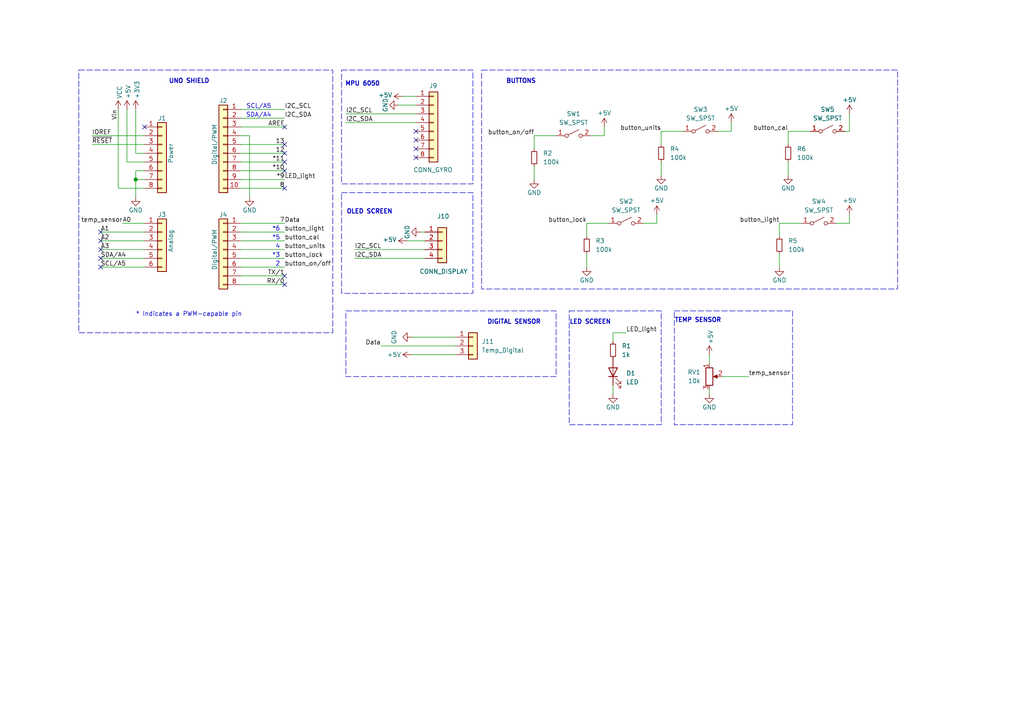
<source format=kicad_sch>
(kicad_sch (version 20231120) (generator "eeschema") (generator_version "8.0")
  (paper "A4")
  (title_block (title "Arduino Uno Temp Sensor Shield") (date "mar. 31 mars 2015") (rev "V1.0"))
  (lib_symbols
    (symbol "+5V_2" (power) (pin_numbers hide) (pin_names (offset 0) hide)
      (property "Value" "+5V" (at 0 3.556 0))
      (symbol "+5V_2_0_1"
        (polyline (pts (xy -0.762 1.27) (xy 0 2.54)))
        (polyline (pts (xy 0 0) (xy 0 2.54)))
        (polyline (pts (xy 0 2.54) (xy 0.762 1.27)))
      )
      (symbol "+5V_2_1_1"
        (pin power_in line (at 0 0 90) (length 0) (name "~") (number "1"))
      )
    )
    (symbol "Connector_Generic:Conn_01x03" (pin_names (offset 1.016) hide)
      (property "Reference" "J" (at 0 5.08 0))
      (property "Value" "Conn_01x03" (at 0 -5.08 0))
      (symbol "Conn_01x03_1_1"
        (rectangle (start -1.27 -2.413) (end 0 -2.667) (stroke (width 0.1524)))
        (rectangle (start -1.27 0.127) (end 0 -0.127) (stroke (width 0.1524)))
        (rectangle (start -1.27 2.667) (end 0 2.413) (stroke (width 0.1524)))
        (rectangle (start -1.27 3.81) (end 1.27 -3.81) (stroke (width 0.254)) (fill (type background)))
        (pin passive line (at -5.08 2.54 0) (length 3.81) (name "Pin_1") (number "1"))
        (pin passive line (at -5.08 0 0) (length 3.81) (name "Pin_2") (number "2"))
        (pin passive line (at -5.08 -2.54 0) (length 3.81) (name "Pin_3") (number "3"))
      )
    )
    (symbol "Connector_Generic:Conn_01x04" (pin_names (offset 1.016) hide)
      (property "Reference" "J" (at 0 5.08 0))
      (property "Value" "Conn_01x04" (at 0 -7.62 0))
      (symbol "Conn_01x04_1_1"
        (rectangle (start -1.27 -4.953) (end 0 -5.207) (stroke (width 0.1524)))
        (rectangle (start -1.27 -2.413) (end 0 -2.667) (stroke (width 0.1524)))
        (rectangle (start -1.27 0.127) (end 0 -0.127) (stroke (width 0.1524)))
        (rectangle (start -1.27 2.667) (end 0 2.413) (stroke (width 0.1524)))
        (rectangle (start -1.27 3.81) (end 1.27 -6.35) (stroke (width 0.254)) (fill (type background)))
        (pin passive line (at -5.08 2.54 0) (length 3.81) (name "Pin_1") (number "1"))
        (pin passive line (at -5.08 0 0) (length 3.81) (name "Pin_2") (number "2"))
        (pin passive line (at -5.08 -2.54 0) (length 3.81) (name "Pin_3") (number "3"))
        (pin passive line (at -5.08 -5.08 0) (length 3.81) (name "Pin_4") (number "4"))
      )
    )
    (symbol "Connector_Generic:Conn_01x06" (pin_names (offset 1.016) hide)
      (property "Reference" "J" (at 0 7.62 0))
      (property "Value" "Conn_01x06" (at 0 -10.16 0))
      (symbol "Conn_01x06_1_1"
        (rectangle (start -1.27 -7.493) (end 0 -7.747) (stroke (width 0.1524)))
        (rectangle (start -1.27 -4.953) (end 0 -5.207) (stroke (width 0.1524)))
        (rectangle (start -1.27 -2.413) (end 0 -2.667) (stroke (width 0.1524)))
        (rectangle (start -1.27 0.127) (end 0 -0.127) (stroke (width 0.1524)))
        (rectangle (start -1.27 2.667) (end 0 2.413) (stroke (width 0.1524)))
        (rectangle (start -1.27 5.207) (end 0 4.953) (stroke (width 0.1524)))
        (rectangle (start -1.27 6.35) (end 1.27 -8.89) (stroke (width 0.254)) (fill (type background)))
        (pin passive line (at -5.08 5.08 0) (length 3.81) (name "Pin_1") (number "1"))
        (pin passive line (at -5.08 2.54 0) (length 3.81) (name "Pin_2") (number "2"))
        (pin passive line (at -5.08 0 0) (length 3.81) (name "Pin_3") (number "3"))
        (pin passive line (at -5.08 -2.54 0) (length 3.81) (name "Pin_4") (number "4"))
        (pin passive line (at -5.08 -5.08 0) (length 3.81) (name "Pin_5") (number "5"))
        (pin passive line (at -5.08 -7.62 0) (length 3.81) (name "Pin_6") (number "6"))
      )
    )
    (symbol "Connector_Generic:Conn_01x08" (pin_names (offset 1.016) hide)
      (property "Reference" "J" (at 0 10.16 0))
      (property "Value" "Conn_01x08" (at 0 -12.7 0))
      (symbol "Conn_01x08_1_1"
        (rectangle (start -1.27 -10.033) (end 0 -10.287) (stroke (width 0.1524)))
        (rectangle (start -1.27 -7.493) (end 0 -7.747) (stroke (width 0.1524)))
        (rectangle (start -1.27 -4.953) (end 0 -5.207) (stroke (width 0.1524)))
        (rectangle (start -1.27 -2.413) (end 0 -2.667) (stroke (width 0.1524)))
        (rectangle (start -1.27 0.127) (end 0 -0.127) (stroke (width 0.1524)))
        (rectangle (start -1.27 2.667) (end 0 2.413) (stroke (width 0.1524)))
        (rectangle (start -1.27 5.207) (end 0 4.953) (stroke (width 0.1524)))
        (rectangle (start -1.27 7.747) (end 0 7.493) (stroke (width 0.1524)))
        (rectangle (start -1.27 8.89) (end 1.27 -11.43) (stroke (width 0.254)) (fill (type background)))
        (pin passive line (at -5.08 7.62 0) (length 3.81) (name "Pin_1") (number "1"))
        (pin passive line (at -5.08 5.08 0) (length 3.81) (name "Pin_2") (number "2"))
        (pin passive line (at -5.08 2.54 0) (length 3.81) (name "Pin_3") (number "3"))
        (pin passive line (at -5.08 0 0) (length 3.81) (name "Pin_4") (number "4"))
        (pin passive line (at -5.08 -2.54 0) (length 3.81) (name "Pin_5") (number "5"))
        (pin passive line (at -5.08 -5.08 0) (length 3.81) (name "Pin_6") (number "6"))
        (pin passive line (at -5.08 -7.62 0) (length 3.81) (name "Pin_7") (number "7"))
        (pin passive line (at -5.08 -10.16 0) (length 3.81) (name "Pin_8") (number "8"))
      )
    )
    (symbol "Connector_Generic:Conn_01x10" (pin_names (offset 1.016) hide)
      (property "Reference" "J" (at 0 12.7 0))
      (property "Value" "Conn_01x10" (at 0 -15.24 0))
      (symbol "Conn_01x10_1_1"
        (rectangle (start -1.27 -12.573) (end 0 -12.827) (stroke (width 0.1524)))
        (rectangle (start -1.27 -10.033) (end 0 -10.287) (stroke (width 0.1524)))
        (rectangle (start -1.27 -7.493) (end 0 -7.747) (stroke (width 0.1524)))
        (rectangle (start -1.27 -4.953) (end 0 -5.207) (stroke (width 0.1524)))
        (rectangle (start -1.27 -2.413) (end 0 -2.667) (stroke (width 0.1524)))
        (rectangle (start -1.27 0.127) (end 0 -0.127) (stroke (width 0.1524)))
        (rectangle (start -1.27 2.667) (end 0 2.413) (stroke (width 0.1524)))
        (rectangle (start -1.27 5.207) (end 0 4.953) (stroke (width 0.1524)))
        (rectangle (start -1.27 7.747) (end 0 7.493) (stroke (width 0.1524)))
        (rectangle (start -1.27 10.287) (end 0 10.033) (stroke (width 0.1524)))
        (rectangle (start -1.27 11.43) (end 1.27 -13.97) (stroke (width 0.254)) (fill (type background)))
        (pin passive line (at -5.08 10.16 0) (length 3.81) (name "Pin_1") (number "1"))
        (pin passive line (at -5.08 -12.7 0) (length 3.81) (name "Pin_10") (number "10"))
        (pin passive line (at -5.08 7.62 0) (length 3.81) (name "Pin_2") (number "2"))
        (pin passive line (at -5.08 5.08 0) (length 3.81) (name "Pin_3") (number "3"))
        (pin passive line (at -5.08 2.54 0) (length 3.81) (name "Pin_4") (number "4"))
        (pin passive line (at -5.08 0 0) (length 3.81) (name "Pin_5") (number "5"))
        (pin passive line (at -5.08 -2.54 0) (length 3.81) (name "Pin_6") (number "6"))
        (pin passive line (at -5.08 -5.08 0) (length 3.81) (name "Pin_7") (number "7"))
        (pin passive line (at -5.08 -7.62 0) (length 3.81) (name "Pin_8") (number "8"))
        (pin passive line (at -5.08 -10.16 0) (length 3.81) (name "Pin_9") (number "9"))
      )
    )
    (symbol "Device:LED" (pin_numbers hide) (pin_names (offset 1.016) hide)
      (property "Reference" "D" (at 0 2.54 0))
      (property "Value" "LED" (at 0 -2.54 0))
      (symbol "LED_0_1"
        (polyline (pts (xy -1.27 -1.27) (xy -1.27 1.27)) (stroke (width 0.254)))
        (polyline (pts (xy -1.27 0) (xy 1.27 0)))
        (polyline (pts (xy 1.27 -1.27) (xy 1.27 1.27) (xy -1.27 0) (xy 1.27 -1.27)) (stroke (width 0.254)))
        (polyline (pts (xy -3.048 -0.762) (xy -4.572 -2.286) (xy -3.81 -2.286) (xy -4.572 -2.286) (xy -4.572 -1.524)))
        (polyline (pts (xy -1.778 -0.762) (xy -3.302 -2.286) (xy -2.54 -2.286) (xy -3.302 -2.286) (xy -3.302 -1.524)))
      )
      (symbol "LED_1_1"
        (pin passive line (at -3.81 0 0) (length 2.54) (name "K") (number "1"))
        (pin passive line (at 3.81 0 180) (length 2.54) (name "A") (number "2"))
      )
    )
    (symbol "Device:R_Potentiometer" (pin_names (offset 1.016) hide)
      (property "Reference" "RV" (at -4.445 0 90))
      (property "Value" "R_Potentiometer" (at -2.54 0 90))
      (symbol "R_Potentiometer_0_1"
        (polyline (pts (xy 2.54 0) (xy 1.524 0)))
        (polyline (pts (xy 1.143 0) (xy 2.286 0.508) (xy 2.286 -0.508) (xy 1.143 0)) (fill (type outline)))
        (rectangle (start 1.016 2.54) (end -1.016 -2.54) (stroke (width 0.254)))
      )
      (symbol "R_Potentiometer_1_1"
        (pin passive line (at 0 3.81 270) (length 1.27) (name "1") (number "1"))
        (pin passive line (at 3.81 0 180) (length 1.27) (name "2") (number "2"))
        (pin passive line (at 0 -3.81 90) (length 1.27) (name "3") (number "3"))
      )
    )
    (symbol "Device:R_Small" (pin_numbers hide) (pin_names (offset 0.254) hide)
      (property "Reference" "R" (at 0.762 0.508 0))
      (property "Value" "R_Small" (at 0.762 -1.016 0))
      (symbol "R_Small_0_1"
        (rectangle (start -0.762 1.778) (end 0.762 -1.778) (stroke (width 0.2032)))
      )
      (symbol "R_Small_1_1"
        (pin passive line (at 0 2.54 270) (length 0.762) (name "~") (number "1"))
        (pin passive line (at 0 -2.54 90) (length 0.762) (name "~") (number "2"))
      )
    )
    (symbol "GND_2" (power) (pin_numbers hide) (pin_names (offset 0) hide)
      (property "Value" "GND" (at 0 -3.81 0))
      (symbol "GND_2_0_1"
        (polyline (pts (xy 0 0) (xy 0 -1.27) (xy 1.27 -1.27) (xy 0 -2.54) (xy -1.27 -1.27) (xy 0 -1.27)))
      )
      (symbol "GND_2_1_1"
        (pin power_in line (at 0 0 270) (length 0) (name "~") (number "1"))
      )
    )
    (symbol "Switch:SW_SPST" (pin_names (offset 0) hide)
      (property "Reference" "SW" (at 0 3.175 0))
      (property "Value" "SW_SPST" (at 0 -2.54 0))
      (symbol "SW_SPST_0_0"
        (circle (center -2.032 0) (radius 0.508))
        (polyline (pts (xy -1.524 0.254) (xy 1.524 1.778)))
        (circle (center 2.032 0) (radius 0.508))
      )
      (symbol "SW_SPST_1_1"
        (pin passive line (at -5.08 0 0) (length 2.54) (name "A") (number "1"))
        (pin passive line (at 5.08 0 180) (length 2.54) (name "B") (number "2"))
      )
    )
    (symbol "power:+3V3" (power) (pin_names (offset 0))
      (property "Value" "+3V3" (at 0 3.556 0))
      (symbol "+3V3_0_1"
        (polyline (pts (xy -0.762 1.27) (xy 0 2.54)))
        (polyline (pts (xy 0 0) (xy 0 2.54)))
        (polyline (pts (xy 0 2.54) (xy 0.762 1.27)))
      )
      (symbol "+3V3_1_1"
        (pin power_in line (at 0 0 90) (length 0) hide (name "+3V3") (number "1"))
      )
    )
    (symbol "power:+5V" (power) (pin_names (offset 0))
      (property "Value" "+5V" (at 0 3.556 0))
      (symbol "+5V_0_1"
        (polyline (pts (xy -0.762 1.27) (xy 0 2.54)))
        (polyline (pts (xy 0 0) (xy 0 2.54)))
        (polyline (pts (xy 0 2.54) (xy 0.762 1.27)))
      )
      (symbol "+5V_1_1"
        (pin power_in line (at 0 0 90) (length 0) hide (name "+5V") (number "1"))
      )
    )
    (symbol "power:GND" (power) (pin_names (offset 0))
      (property "Value" "GND" (at 0 -3.81 0))
      (symbol "GND_0_1"
        (polyline (pts (xy 0 0) (xy 0 -1.27) (xy 1.27 -1.27) (xy 0 -2.54) (xy -1.27 -1.27) (xy 0 -1.27)))
      )
      (symbol "GND_1_1"
        (pin power_in line (at 0 0 270) (length 0) hide (name "GND") (number "1"))
      )
    )
    (symbol "power:VCC" (power) (pin_names (offset 0))
      (property "Value" "VCC" (at 0 3.81 0))
      (symbol "VCC_0_1"
        (polyline (pts (xy -0.762 1.27) (xy 0 2.54)))
        (polyline (pts (xy 0 0) (xy 0 2.54)))
        (polyline (pts (xy 0 2.54) (xy 0.762 1.27)))
      )
      (symbol "VCC_1_1"
        (pin power_in line (at 0 0 90) (length 0) hide (name "VCC") (number "1"))
      )
    )
  )
  (junction (at 39.37 52.07) (diameter 1.016))
  (no_connect (at 120.65 43.18))
  (no_connect (at 82.55 82.55))
  (no_connect (at 82.55 54.61))
  (no_connect (at 29.21 74.93))
  (no_connect (at 82.55 49.53))
  (no_connect (at 29.21 72.39))
  (no_connect (at 29.21 77.47))
  (no_connect (at 120.65 45.72))
  (no_connect (at 41.91 36.83))
  (no_connect (at 82.55 41.91))
  (no_connect (at 120.65 40.64))
  (no_connect (at 29.21 67.31))
  (no_connect (at 82.55 44.45))
  (no_connect (at 82.55 46.99))
  (no_connect (at 120.65 38.1))
  (no_connect (at 82.55 36.83))
  (no_connect (at 82.55 80.01))
  (no_connect (at 29.21 69.85))
  (wire (pts (xy 41.91 54.61) (xy 34.29 54.61)))
  (wire (pts (xy 110.49 100.33) (xy 132.08 100.33)))
  (wire (pts (xy 69.85 74.93) (xy 82.55 74.93)))
  (wire (pts (xy 72.39 39.37) (xy 72.39 57.15)))
  (wire (pts (xy 245.11 38.1) (xy 246.38 38.1)))
  (wire (pts (xy 41.91 74.93) (xy 29.21 74.93)))
  (wire (pts (xy 120.65 35.56) (xy 100.33 35.56)))
  (wire (pts (xy 186.69 64.77) (xy 190.5 64.77)))
  (wire (pts (xy 69.85 82.55) (xy 82.55 82.55)))
  (wire (pts (xy 121.92 67.31) (xy 123.19 67.31)))
  (wire (pts (xy 39.37 52.07) (xy 39.37 57.15)))
  (wire (pts (xy 39.37 31.75) (xy 39.37 44.45)))
  (wire (pts (xy 118.11 69.85) (xy 123.19 69.85)))
  (wire (pts (xy 69.85 44.45) (xy 82.55 44.45)))
  (wire (pts (xy 26.67 39.37) (xy 41.91 39.37)))
  (wire (pts (xy 123.19 74.93) (xy 102.87 74.93)))
  (wire (pts (xy 161.29 39.37) (xy 154.94 39.37)))
  (wire (pts (xy 119.38 97.79) (xy 132.08 97.79)))
  (wire (pts (xy 226.06 73.66) (xy 226.06 77.47)))
  (wire (pts (xy 176.53 64.77) (xy 170.18 64.77)))
  (wire (pts (xy 175.26 39.37) (xy 175.26 36.83)))
  (wire (pts (xy 69.85 80.01) (xy 82.55 80.01)))
  (wire (pts (xy 191.77 38.1) (xy 191.77 41.91)))
  (wire (pts (xy 36.83 31.75) (xy 36.83 46.99)))
  (wire (pts (xy 69.85 41.91) (xy 82.55 41.91)))
  (wire (pts (xy 69.85 69.85) (xy 82.55 69.85)))
  (wire (pts (xy 69.85 31.75) (xy 82.55 31.75)))
  (wire (pts (xy 41.91 64.77) (xy 35.56 64.77)))
  (wire (pts (xy 102.87 72.39) (xy 123.19 72.39)))
  (wire (pts (xy 228.6 46.99) (xy 228.6 50.8)))
  (wire (pts (xy 232.41 64.77) (xy 226.06 64.77)))
  (wire (pts (xy 100.33 33.02) (xy 120.65 33.02)))
  (wire (pts (xy 69.85 77.47) (xy 82.55 77.47)))
  (wire (pts (xy 198.12 38.1) (xy 191.77 38.1)))
  (wire (pts (xy 29.21 77.47) (xy 41.91 77.47)))
  (wire (pts (xy 26.67 41.91) (xy 41.91 41.91)))
  (wire (pts (xy 246.38 64.77) (xy 246.38 62.23)))
  (wire (pts (xy 246.38 38.1) (xy 246.38 33.02)))
  (wire (pts (xy 115.57 30.48) (xy 120.65 30.48)))
  (wire (pts (xy 228.6 38.1) (xy 228.6 41.91)))
  (wire (pts (xy 69.85 49.53) (xy 82.55 49.53)))
  (wire (pts (xy 177.8 96.52) (xy 181.61 96.52)))
  (wire (pts (xy 170.18 64.77) (xy 170.18 68.58)))
  (wire (pts (xy 154.94 48.26) (xy 154.94 52.07)))
  (wire (pts (xy 69.85 39.37) (xy 72.39 39.37)))
  (wire (pts (xy 36.83 46.99) (xy 41.91 46.99)))
  (wire (pts (xy 39.37 49.53) (xy 39.37 52.07)))
  (wire (pts (xy 29.21 72.39) (xy 41.91 72.39)))
  (wire (pts (xy 234.95 38.1) (xy 228.6 38.1)))
  (wire (pts (xy 41.91 69.85) (xy 29.21 69.85)))
  (wire (pts (xy 208.28 38.1) (xy 212.09 38.1)))
  (wire (pts (xy 212.09 38.1) (xy 212.09 35.56)))
  (wire (pts (xy 190.5 64.77) (xy 190.5 62.23)))
  (wire (pts (xy 177.8 111.76) (xy 177.8 114.3)))
  (wire (pts (xy 170.18 73.66) (xy 170.18 77.47)))
  (wire (pts (xy 41.91 52.07) (xy 39.37 52.07)))
  (wire (pts (xy 154.94 39.37) (xy 154.94 43.18)))
  (wire (pts (xy 119.38 102.87) (xy 132.08 102.87)))
  (wire (pts (xy 69.85 46.99) (xy 82.55 46.99)))
  (wire (pts (xy 226.06 64.77) (xy 226.06 68.58)))
  (wire (pts (xy 205.74 102.87) (xy 205.74 105.41)))
  (wire (pts (xy 209.55 109.22) (xy 217.17 109.22)))
  (wire (pts (xy 116.84 27.94) (xy 120.65 27.94)))
  (wire (pts (xy 29.21 67.31) (xy 41.91 67.31)))
  (wire (pts (xy 69.85 34.29) (xy 82.55 34.29)))
  (wire (pts (xy 69.85 67.31) (xy 82.55 67.31)))
  (wire (pts (xy 69.85 72.39) (xy 82.55 72.39)))
  (wire (pts (xy 177.8 99.06) (xy 177.8 96.52)))
  (wire (pts (xy 191.77 46.99) (xy 191.77 50.8)))
  (wire (pts (xy 171.45 39.37) (xy 175.26 39.37)))
  (wire (pts (xy 69.85 52.07) (xy 82.55 52.07)))
  (wire (pts (xy 69.85 64.77) (xy 82.55 64.77)))
  (wire (pts (xy 69.85 54.61) (xy 82.55 54.61)))
  (wire (pts (xy 34.29 54.61) (xy 34.29 31.75)))
  (wire (pts (xy 39.37 44.45) (xy 41.91 44.45)))
  (wire (pts (xy 69.85 36.83) (xy 82.55 36.83)))
  (wire (pts (xy 205.74 113.03) (xy 205.74 114.3)))
  (wire (pts (xy 242.57 64.77) (xy 246.38 64.77)))
  (wire (pts (xy 41.91 49.53) (xy 39.37 49.53)))
  (rectangle (start 99.06 55.88) (end 137.16 85.09) (stroke (width 0) (type dash)))
  (rectangle (start 165.1 90.17) (end 191.77 123.19) (stroke (width 0) (type dash)))
  (rectangle (start 100.33 90.17) (end 161.29 109.22) (stroke (width 0) (type dash)))
  (rectangle (start 99.06 20.32) (end 137.16 53.34) (stroke (width 0) (type dash)))
  (rectangle (start 139.7 20.32) (end 260.35 83.82) (stroke (width 0) (type dash)))
  (rectangle (start 22.86 20.32) (end 96.52 96.52) (stroke (width 0) (type dash)))
  (rectangle (start 160.02 83.82) (end 160.02 83.82))
  (rectangle (start 160.02 83.82) (end 160.02 83.82))
  (rectangle (start 195.58 90.17) (end 229.87 123.19) (stroke (width 0) (type dash)))
  (text "OLED SCREEN" (at 107.188 61.468 0) (effects (font (size 1.27 1.27) (thickness 0.254) (bold yes))))
  (text "MPU 6050" (at 105.156 24.384 0) (effects (font (size 1.27 1.27) (thickness 0.254) (bold yes))))
  (text "BUTTONS" (at 151.13 23.622 0) (effects (font (size 1.27 1.27) (thickness 0.254) (bold yes))))
  (text "* Indicates a PWM-capable pin" (at 39.37 91.948 0) (effects (font (size 1.27 1.27)) (justify left bottom)))
  (text "TEMP SENSOR" (at 202.438 92.964 0) (effects (font (size 1.27 1.27) (thickness 0.254) (bold yes))))
  (text "DIGITAL SENSOR" (at 149.098 93.472 0) (effects (font (size 1.27 1.27) (thickness 0.254) (bold yes))))
  (text "UNO SHIELD" (at 54.864 23.622 0) (effects (font (size 1.27 1.27) (thickness 0.254) (bold yes))))
  (text "LED SCREEN" (at 171.196 93.472 0) (effects (font (size 1.27 1.27) (thickness 0.254) (bold yes))))
  (label "A2" (at 29.21 69.85 0))
  (label "*6" (at 81.28 67.31 180))
  (label "button_cal" (at 228.6 38.1 180))
  (label "12" (at 82.55 44.45 180))
  (label "button_on{slash}off" (at 82.55 77.47 0))
  (label "*3" (at 81.28 74.93 180))
  (label "*11" (at 82.55 46.99 180))
  (label "I2C_SCL" (at 100.33 33.02 0))
  (label "RX{slash}0" (at 82.55 82.55 180))
  (label "I2C_SDA" (at 82.55 34.29 0))
  (label "AREF" (at 82.55 36.83 180))
  (label "I2C_SDA" (at 100.33 35.56 0))
  (label "button_units" (at 82.55 72.39 0))
  (label "I2C_SCL" (at 82.55 31.75 0))
  (label "SDA{slash}A4" (at 29.21 74.93 0))
  (label "LED_light" (at 181.61 96.52 0))
  (label "13" (at 82.55 41.91 180))
  (label "4" (at 81.28 72.39 180))
  (label "SCL{slash}A5" (at 78.74 31.75 180))
  (label "8" (at 82.55 54.61 180))
  (label "Vin" (at 34.29 31.75 270))
  (label "button_lock" (at 82.55 74.93 0))
  (label "button_cal" (at 82.55 69.85 0))
  (label "SDA{slash}A4" (at 78.74 34.29 180))
  (label "~{RESET}" (at 26.67 41.91 0))
  (label "I2C_SCL" (at 102.87 72.39 0))
  (label "SCL{slash}A5" (at 29.21 77.47 0))
  (label "temp_sensor" (at 35.56 64.77 180))
  (label "*5" (at 81.28 69.85 180))
  (label "button_units" (at 191.77 38.1 180))
  (label "2" (at 81.28 77.47 180))
  (label "*9" (at 82.55 52.07 180))
  (label "button_on{slash}off" (at 154.94 39.37 180))
  (label "I2C_SDA" (at 102.87 74.93 0))
  (label "Data" (at 110.49 100.33 180))
  (label "A3" (at 29.21 72.39 0))
  (label "Data" (at 82.55 64.77 0))
  (label "button_light" (at 82.55 67.31 0))
  (label "IOREF" (at 26.67 39.37 0))
  (label "TX{slash}1" (at 82.55 80.01 180))
  (label "A1" (at 29.21 67.31 0))
  (label "7" (at 82.55 64.77 180))
  (label "temp_sensor" (at 217.17 109.22 0))
  (label "button_light" (at 226.06 64.77 180))
  (label "A0" (at 35.56 64.77 0))
  (label "LED_light" (at 82.55 52.07 0))
  (label "button_lock" (at 170.18 64.77 180))
  (label "*10" (at 82.55 49.53 180))
  (symbol (lib_id "power:+5V") (at 190.5 62.23 0) (unit 1)
    (property "Reference" "#PWR023" (effects (hide yes)))
    (property "Value" "+5V" (at 188.468 58.166 0) (effects (justify left)))
  )
  (symbol (lib_id "Switch:SW_SPST") (at 237.49 64.77 0) (unit 1)
    (property "Reference" "SW4" (at 237.49 58.42 0))
    (property "Value" "SW_SPST" (at 237.49 60.96 0))
    (property "Footprint" "Button_Switch_THT:SW_PUSH_6mm" (effects (hide yes)))
    (property "Description" "Single Pole Single Throw (SPST) switch" (effects (hide yes)))
  )
  (symbol (lib_id "power:+5V") (at 212.09 35.56 0) (unit 1)
    (property "Reference" "#PWR025" (effects (hide yes)))
    (property "Value" "+5V" (at 210.058 31.496 0) (effects (justify left)))
  )
  (symbol (lib_id "Switch:SW_SPST") (at 166.37 39.37 0) (unit 1)
    (property "Reference" "SW1" (at 166.37 33.02 0))
    (property "Value" "SW_SPST" (at 166.37 35.56 0))
    (property "Footprint" "Button_Switch_THT:SW_PUSH_6mm" (effects (hide yes)))
    (property "Description" "Single Pole Single Throw (SPST) switch" (effects (hide yes)))
  )
  (symbol (lib_id "power:GND") (at 177.8 114.3 0) (unit 1)
    (property "Reference" "#PWR08" (effects (hide yes)))
    (property "Value" "GND" (at 177.8 118.11 0))
  )
  (symbol (lib_id "power:GND") (at 121.92 67.31 270) (unit 1)
    (property "Reference" "#PWR019" (effects (hide yes)))
    (property "Value" "GND" (at 118.11 67.31 0))
  )
  (symbol (lib_id "Device:R_Small") (at 154.94 45.72 0) (unit 1)
    (property "Reference" "R2" (at 157.48 44.4499 0) (effects (justify left)))
    (property "Value" "100k" (at 157.48 46.9899 0) (effects (justify left)))
    (property "Footprint" "Resistor_THT:R_Axial_DIN0207_L6.3mm_D2.5mm_P10.16mm_Horizontal" (effects (hide yes)))
    (property "Description" "Resistor, small symbol" (effects (hide yes)))
  )
  (symbol (lib_id "power:GND") (at 205.74 114.3 0) (unit 1)
    (property "Reference" "#PWR012" (effects (hide yes)))
    (property "Value" "GND" (at 205.74 118.11 0))
  )
  (symbol (lib_id "power:VCC") (at 34.29 31.75 0) (unit 1)
    (property "Reference" "#PWR06" (effects (hide yes)))
    (property "Value" "VCC" (at 34.671 28.702 90) (effects (justify left)))
  )
  (symbol (lib_id "power:GND") (at 226.06 77.47 0) (unit 1)
    (property "Reference" "#PWR026" (effects (hide yes)))
    (property "Value" "GND" (at 226.06 81.28 0))
  )
  (symbol (lib_id "power:GND") (at 154.94 52.07 0) (unit 1)
    (property "Reference" "#PWR020" (effects (hide yes)))
    (property "Value" "GND" (at 154.94 55.88 0))
  )
  (symbol (lib_id "power:+5V") (at 116.84 27.94 90) (unit 1)
    (property "Reference" "#PWR017" (effects (hide yes)))
    (property "Value" "+5V" (at 113.792 27.5844 90) (effects (justify left)))
  )
  (symbol (lib_id "Connector_Generic:Conn_01x04") (at 128.27 69.85 0) (unit 1)
    (property "Reference" "J10" (at 126.746 62.738 0) (effects (justify left)))
    (property "Value" "CONN_DISPLAY" (at 121.666 78.74 0) (effects (justify left)))
    (property "Footprint" "Connector_PinSocket_2.54mm:PinSocket_1x04_P2.54mm_Vertical" (effects (hide yes)))
    (property "Description" "Generic connector, single row, 01x04, script generated (kicad-library-utils/schlib/autogen/connector/)" (effects (hide yes)))
  )
  (symbol (lib_name "+5V_2") (lib_id "power:+5V") (at 119.38 102.87 90) (unit 1)
    (property "Reference" "#PWR015" (effects (hide yes)))
    (property "Value" "+5V" (at 114.3 102.87 90))
    (property "Description" "Power symbol creates a global label with name \"+5V\"" (effects (hide yes)))
  )
  (symbol (lib_id "Connector_Generic:Conn_01x08") (at 46.99 44.45 0) (unit 1)
    (property "Reference" "J1" (at 46.99 34.29 0))
    (property "Value" "Power" (at 49.53 44.45 90))
    (property "Footprint" "Connector_PinSocket_2.54mm:PinSocket_1x08_P2.54mm_Vertical" (effects (hide yes)))
  )
  (symbol (lib_id "power:GND") (at 115.57 30.48 270) (unit 1)
    (property "Reference" "#PWR016" (effects (hide yes)))
    (property "Value" "GND" (at 111.76 30.48 0))
  )
  (symbol (lib_id "power:GND") (at 228.6 50.8 0) (unit 1)
    (property "Reference" "#PWR027" (effects (hide yes)))
    (property "Value" "GND" (at 228.6 54.61 0))
  )
  (symbol (lib_id "Switch:SW_SPST") (at 203.2 38.1 0) (unit 1)
    (property "Reference" "SW3" (at 203.2 31.75 0))
    (property "Value" "SW_SPST" (at 203.2 34.29 0))
    (property "Footprint" "Button_Switch_THT:SW_PUSH_6mm" (effects (hide yes)))
    (property "Description" "Single Pole Single Throw (SPST) switch" (effects (hide yes)))
  )
  (symbol (lib_id "power:+5V") (at 205.74 102.87 0) (unit 1)
    (property "Reference" "#PWR011" (effects (hide yes)))
    (property "Value" "+5V" (at 206.0956 99.822 90) (effects (justify left)))
  )
  (symbol (lib_id "power:+5V") (at 36.83 31.75 0) (unit 1)
    (property "Reference" "#PWR07" (effects (hide yes)))
    (property "Value" "+5V" (at 37.1856 28.702 90) (effects (justify left)))
  )
  (symbol (lib_id "power:GND") (at 72.39 57.15 0) (unit 1)
    (property "Reference" "#PWR013" (effects (hide yes)))
    (property "Value" "GND" (at 72.39 60.96 0))
  )
  (symbol (lib_id "power:GND") (at 170.18 77.47 0) (unit 1)
    (property "Reference" "#PWR021" (effects (hide yes)))
    (property "Value" "GND" (at 170.18 81.28 0))
  )
  (symbol (lib_id "power:+3V3") (at 39.37 31.75 0) (unit 1)
    (property "Reference" "#PWR09" (effects (hide yes)))
    (property "Value" "+3V3" (at 39.751 28.702 90) (effects (justify left)))
  )
  (symbol (lib_id "Device:R_Small") (at 228.6 44.45 0) (unit 1)
    (property "Reference" "R6" (at 231.14 43.1799 0) (effects (justify left)))
    (property "Value" "100k" (at 231.14 45.7199 0) (effects (justify left)))
    (property "Footprint" "Resistor_THT:R_Axial_DIN0207_L6.3mm_D2.5mm_P10.16mm_Horizontal" (effects (hide yes)))
    (property "Description" "Resistor, small symbol" (effects (hide yes)))
  )
  (symbol (lib_id "Device:R_Small") (at 170.18 71.12 0) (unit 1)
    (property "Reference" "R3" (at 172.72 69.8499 0) (effects (justify left)))
    (property "Value" "100k" (at 172.72 72.3899 0) (effects (justify left)))
    (property "Footprint" "Resistor_THT:R_Axial_DIN0207_L6.3mm_D2.5mm_P10.16mm_Horizontal" (effects (hide yes)))
    (property "Description" "Resistor, small symbol" (effects (hide yes)))
  )
  (symbol (lib_id "Connector_Generic:Conn_01x08") (at 64.77 72.39 0) (mirror y) (unit 1)
    (property "Reference" "J4" (at 64.77 62.23 0))
    (property "Value" "Digital/PWM" (at 62.23 72.39 90))
    (property "Footprint" "Connector_PinSocket_2.54mm:PinSocket_1x08_P2.54mm_Vertical" (effects (hide yes)))
  )
  (symbol (lib_id "Device:R_Small") (at 177.8 101.6 0) (unit 1)
    (property "Reference" "R1" (at 180.34 100.3299 0) (effects (justify left)))
    (property "Value" "1k" (at 180.34 102.8699 0) (effects (justify left)))
    (property "Footprint" "Resistor_THT:R_Axial_DIN0207_L6.3mm_D2.5mm_P10.16mm_Horizontal" (effects (hide yes)))
    (property "Description" "Resistor, small symbol" (effects (hide yes)))
  )
  (symbol (lib_name "GND_2") (lib_id "power:GND") (at 119.38 97.79 270) (unit 1)
    (property "Reference" "#PWR014" (effects (hide yes)))
    (property "Value" "GND" (at 114.3 97.79 0))
    (property "Description" "Power symbol creates a global label with name \"GND\" , ground" (effects (hide yes)))
  )
  (symbol (lib_id "Device:LED") (at 177.8 107.95 90) (unit 1)
    (property "Reference" "D1" (at 181.61 108.2674 90) (effects (justify right)))
    (property "Value" "LED" (at 181.61 110.8074 90) (effects (justify right)))
    (property "Footprint" "LED_THT:LED_D5.0mm" (effects (hide yes)))
    (property "Description" "Light emitting diode" (effects (hide yes)))
  )
  (symbol (lib_id "Connector_Generic:Conn_01x06") (at 46.99 69.85 0) (unit 1)
    (property "Reference" "J3" (at 46.99 62.23 0))
    (property "Value" "Analog" (at 49.53 69.85 90))
    (property "Footprint" "Connector_PinSocket_2.54mm:PinSocket_1x06_P2.54mm_Vertical" (effects (hide yes)))
  )
  (symbol (lib_id "Connector_Generic:Conn_01x03") (at 137.16 100.33 0) (unit 1)
    (property "Reference" "J11" (at 139.7 99.0599 0) (effects (justify left)))
    (property "Value" "Temp_Digital" (at 139.7 101.5999 0) (effects (justify left)))
    (property "Footprint" "Connector_JST:JST_XH_B3B-XH-A_1x03_P2.50mm_Vertical" (effects (hide yes)))
    (property "Description" "Generic connector, single row, 01x03, script generated (kicad-library-utils/schlib/autogen/connector/)" (effects (hide yes)))
  )
  (symbol (lib_id "power:+5V") (at 246.38 62.23 0) (unit 1)
    (property "Reference" "#PWR028" (effects (hide yes)))
    (property "Value" "+5V" (at 244.348 58.166 0) (effects (justify left)))
  )
  (symbol (lib_id "Connector_Generic:Conn_01x08") (at 125.73 35.56 0) (unit 1)
    (property "Reference" "J9" (at 124.46 24.892 0) (effects (justify left)))
    (property "Value" "CONN_GYRO" (at 119.888 49.276 0) (effects (justify left)))
    (property "Footprint" "Connector_PinSocket_2.54mm:PinSocket_1x08_P2.54mm_Vertical" (effects (hide yes)))
    (property "Description" "Generic connector, single row, 01x08, script generated (kicad-library-utils/schlib/autogen/connector/)" (effects (hide yes)))
  )
  (symbol (lib_id "Device:R_Potentiometer") (at 205.74 109.22 0) (unit 1)
    (property "Reference" "RV1" (at 203.2 107.9499 0) (effects (justify right)))
    (property "Value" "10k" (at 203.2 110.4899 0) (effects (justify right)))
    (property "Footprint" "Potentiometer_THT:Potentiometer_Bourns_3386P_Vertical" (effects (hide yes)))
    (property "Description" "Potentiometer" (effects (hide yes)))
  )
  (symbol (lib_id "power:+5V") (at 246.38 33.02 0) (unit 1)
    (property "Reference" "#PWR029" (effects (hide yes)))
    (property "Value" "+5V" (at 244.348 28.956 0) (effects (justify left)))
  )
  (symbol (lib_id "power:+5V") (at 118.11 69.85 90) (unit 1)
    (property "Reference" "#PWR018" (effects (hide yes)))
    (property "Value" "+5V" (at 115.062 69.4944 90) (effects (justify left)))
  )
  (symbol (lib_id "Device:R_Small") (at 191.77 44.45 0) (unit 1)
    (property "Reference" "R4" (at 194.31 43.1799 0) (effects (justify left)))
    (property "Value" "100k" (at 194.31 45.7199 0) (effects (justify left)))
    (property "Footprint" "Resistor_THT:R_Axial_DIN0207_L6.3mm_D2.5mm_P10.16mm_Horizontal" (effects (hide yes)))
    (property "Description" "Resistor, small symbol" (effects (hide yes)))
  )
  (symbol (lib_id "power:GND") (at 191.77 50.8 0) (unit 1)
    (property "Reference" "#PWR024" (effects (hide yes)))
    (property "Value" "GND" (at 191.77 54.61 0))
  )
  (symbol (lib_id "Switch:SW_SPST") (at 181.61 64.77 0) (unit 1)
    (property "Reference" "SW2" (at 181.61 58.42 0))
    (property "Value" "SW_SPST" (at 181.61 60.96 0))
    (property "Footprint" "Button_Switch_THT:SW_PUSH_6mm" (effects (hide yes)))
    (property "Description" "Single Pole Single Throw (SPST) switch" (effects (hide yes)))
  )
  (symbol (lib_id "Device:R_Small") (at 226.06 71.12 0) (unit 1)
    (property "Reference" "R5" (at 228.6 69.8499 0) (effects (justify left)))
    (property "Value" "100k" (at 228.6 72.3899 0) (effects (justify left)))
    (property "Footprint" "Resistor_THT:R_Axial_DIN0207_L6.3mm_D2.5mm_P10.16mm_Horizontal" (effects (hide yes)))
    (property "Description" "Resistor, small symbol" (effects (hide yes)))
  )
  (symbol (lib_id "power:GND") (at 39.37 57.15 0) (unit 1)
    (property "Reference" "#PWR010" (effects (hide yes)))
    (property "Value" "GND" (at 39.37 60.96 0))
  )
  (symbol (lib_id "power:+5V") (at 175.26 36.83 0) (unit 1)
    (property "Reference" "#PWR022" (effects (hide yes)))
    (property "Value" "+5V" (at 173.228 32.766 0) (effects (justify left)))
  )
  (symbol (lib_id "Connector_Generic:Conn_01x10") (at 64.77 41.91 0) (mirror y) (unit 1)
    (property "Reference" "J2" (at 64.77 29.21 0))
    (property "Value" "Digital/PWM" (at 62.23 41.91 90))
    (property "Footprint" "Connector_PinSocket_2.54mm:PinSocket_1x10_P2.54mm_Vertical" (effects (hide yes)))
  )
  (symbol (lib_id "Switch:SW_SPST") (at 240.03 38.1 0) (unit 1)
    (property "Reference" "SW5" (at 240.03 31.75 0))
    (property "Value" "SW_SPST" (at 240.03 34.29 0))
    (property "Footprint" "Button_Switch_THT:SW_PUSH_6mm" (effects (hide yes)))
    (property "Description" "Single Pole Single Throw (SPST) switch" (effects (hide yes)))
  )
)
</source>
